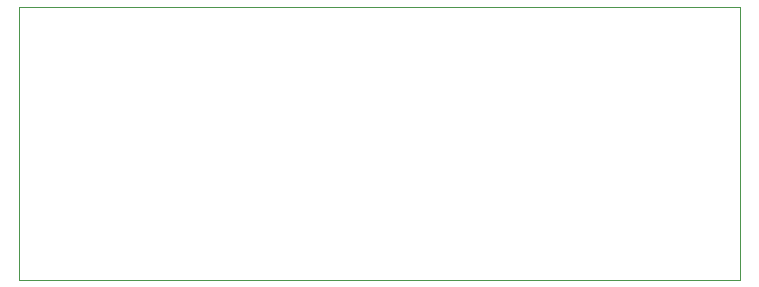
<source format=gbr>
G04 PROTEUS GERBER X2 FILE*
%TF.GenerationSoftware,Labcenter,Proteus,8.15-SP1-Build34318*%
%TF.CreationDate,2023-09-30T11:40:31+00:00*%
%TF.FileFunction,AssemblyDrawing,Bot*%
%TF.FilePolarity,Positive*%
%TF.Part,Single*%
%TF.SameCoordinates,{afa5550d-4e0f-4831-ab14-27b5fa56902b}*%
%FSLAX45Y45*%
%MOMM*%
G01*
%TA.AperFunction,Profile*%
%ADD14C,0.101600*%
%TD.AperFunction*%
D14*
X-5980000Y+153000D02*
X+130000Y+153000D01*
X+130000Y+2460500D01*
X-5980000Y+2460500D01*
X-5980000Y+153000D01*
M02*

</source>
